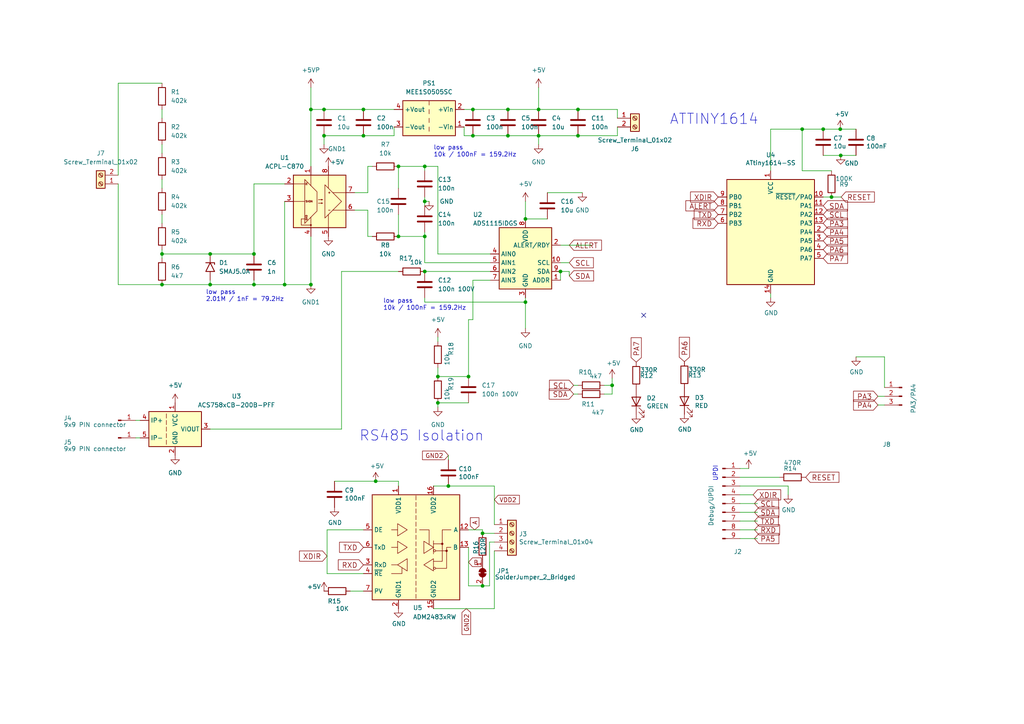
<source format=kicad_sch>
(kicad_sch (version 20230121) (generator eeschema)
  (paper "A4")
  (lib_symbols
    (symbol "Analog_ADC:ADS1115IDGS"
      (property "Reference" "U" (at 2.54 13.97 0))
      (property "Value" "ADS1115IDGS" (at 7.62 11.43 0))
      (symbol "ADS1115IDGS_1_1"
        (pin input line (at 10.16 -5.08 180) (length 2.54) (name "ADDR") (number "1"))
        (pin input line (at 10.16 0 180) (length 2.54) (name "SCL") (number "10"))
        (pin output line (at 10.16 5.08 180) (length 2.54) (name "ALERT/RDY") (number "2"))
        (pin power_in line (at 0 -10.16 90) (length 2.54) (name "GND") (number "3"))
        (pin input line (at -10.16 2.54 0) (length 2.54) (name "AIN0") (number "4"))
        (pin input line (at -10.16 0 0) (length 2.54) (name "AIN1") (number "5"))
        (pin input line (at -10.16 -2.54 0) (length 2.54) (name "AIN2") (number "6"))
        (pin input line (at -10.16 -5.08 0) (length 2.54) (name "AIN3") (number "7"))
        (pin power_in line (at 0 12.7 270) (length 2.54) (name "VDD") (number "8"))
        (pin bidirectional line (at 10.16 -2.54 180) (length 2.54) (name "SDA") (number "9"))
      )
    )
    (symbol "Connector:Conn_01x01_Pin" (pin_names (offset 1.016) hide)
      (property "Reference" "J" (at 0 2.54 0))
      (property "Value" "Conn_01x01_Pin" (at 0 -2.54 0))
      (symbol "Conn_01x01_Pin_1_1"
        (pin passive line (at 5.08 0 180) (length 3.81) (name "Pin_1") (number "1"))
      )
    )
    (symbol "Connector:Conn_01x03_Pin" (pin_names (offset 1.016) hide)
      (property "Reference" "J" (at 0 5.08 0))
      (property "Value" "Conn_01x03_Pin" (at 0 -5.08 0))
      (symbol "Conn_01x03_Pin_1_1"
        (pin passive line (at 5.08 2.54 180) (length 3.81) (name "Pin_1") (number "1"))
        (pin passive line (at 5.08 0 180) (length 3.81) (name "Pin_2") (number "2"))
        (pin passive line (at 5.08 -2.54 180) (length 3.81) (name "Pin_3") (number "3"))
      )
    )
    (symbol "Connector:Conn_01x09_Pin" (pin_names (offset 1.016) hide)
      (property "Reference" "J" (at 0 12.7 0))
      (property "Value" "Conn_01x09_Pin" (at 0 -12.7 0))
      (symbol "Conn_01x09_Pin_1_1"
        (pin passive line (at 5.08 10.16 180) (length 3.81) (name "Pin_1") (number "1"))
        (pin passive line (at 5.08 7.62 180) (length 3.81) (name "Pin_2") (number "2"))
        (pin passive line (at 5.08 5.08 180) (length 3.81) (name "Pin_3") (number "3"))
        (pin passive line (at 5.08 2.54 180) (length 3.81) (name "Pin_4") (number "4"))
        (pin passive line (at 5.08 0 180) (length 3.81) (name "Pin_5") (number "5"))
        (pin passive line (at 5.08 -2.54 180) (length 3.81) (name "Pin_6") (number "6"))
        (pin passive line (at 5.08 -5.08 180) (length 3.81) (name "Pin_7") (number "7"))
        (pin passive line (at 5.08 -7.62 180) (length 3.81) (name "Pin_8") (number "8"))
        (pin passive line (at 5.08 -10.16 180) (length 3.81) (name "Pin_9") (number "9"))
      )
    )
    (symbol "Connector:Screw_Terminal_01x02" (pin_names (offset 1.016) hide)
      (property "Reference" "J" (at 0 2.54 0))
      (property "Value" "Screw_Terminal_01x02" (at 0 -5.08 0))
      (symbol "Screw_Terminal_01x02_1_1"
        (pin passive line (at -5.08 0 0) (length 3.81) (name "Pin_1") (number "1"))
        (pin passive line (at -5.08 -2.54 0) (length 3.81) (name "Pin_2") (number "2"))
      )
    )
    (symbol "Connector:Screw_Terminal_01x04" (pin_names (offset 1.016) hide)
      (property "Reference" "J" (at 0 5.08 0))
      (property "Value" "Screw_Terminal_01x04" (at 0 -7.62 0))
      (symbol "Screw_Terminal_01x04_1_1"
        (pin passive line (at -5.08 2.54 0) (length 3.81) (name "Pin_1") (number "1"))
        (pin passive line (at -5.08 0 0) (length 3.81) (name "Pin_2") (number "2"))
        (pin passive line (at -5.08 -2.54 0) (length 3.81) (name "Pin_3") (number "3"))
        (pin passive line (at -5.08 -5.08 0) (length 3.81) (name "Pin_4") (number "4"))
      )
    )
    (symbol "Converter_DCDC:MEE1S0505SC"
      (property "Reference" "PS" (at -7.62 6.35 0))
      (property "Value" "MEE1S0505SC" (at 1.27 6.35 0))
      (symbol "MEE1S0505SC_0_0"
        (pin power_in line (at -10.16 -2.54 0) (length 2.54) (name "-Vin") (number "1"))
        (pin power_in line (at -10.16 2.54 0) (length 2.54) (name "+Vin") (number "2"))
        (pin power_out line (at 10.16 -2.54 180) (length 2.54) (name "-Vout") (number "3"))
        (pin power_out line (at 10.16 2.54 180) (length 2.54) (name "+Vout") (number "4"))
      )
    )
    (symbol "Device:C" (pin_numbers hide) (pin_names (offset 0.254))
      (property "Reference" "C" (at 0.635 2.54 0))
      (property "Value" "C" (at 0.635 -2.54 0))
      (symbol "C_1_1"
        (pin passive line (at 0 3.81 270) (length 2.794) (name "~") (number "1"))
        (pin passive line (at 0 -3.81 90) (length 2.794) (name "~") (number "2"))
      )
    )
    (symbol "Device:LED" (pin_numbers hide) (pin_names (offset 1.016) hide)
      (property "Reference" "D" (at 0 2.54 0))
      (property "Value" "LED" (at 0 -2.54 0))
      (symbol "LED_1_1"
        (pin passive line (at -3.81 0 0) (length 2.54) (name "K") (number "1"))
        (pin passive line (at 3.81 0 180) (length 2.54) (name "A") (number "2"))
      )
    )
    (symbol "Device:R" (pin_numbers hide) (pin_names (offset 0))
      (property "Reference" "R" (at 2.032 0 90))
      (property "Value" "R" (at 0 0 90))
      (symbol "R_1_1"
        (pin passive line (at 0 3.81 270) (length 1.27) (name "~") (number "1"))
        (pin passive line (at 0 -3.81 90) (length 1.27) (name "~") (number "2"))
      )
    )
    (symbol "Diode:SMAJ5.0A" (pin_numbers hide) (pin_names (offset 1.016) hide)
      (property "Reference" "D" (at 0 2.54 0))
      (property "Value" "SMAJ5.0A" (at 0 -2.54 0))
      (symbol "SMAJ5.0A_1_1"
        (pin passive line (at -3.81 0 0) (length 2.54) (name "A1") (number "1"))
        (pin passive line (at 3.81 0 180) (length 2.54) (name "A2") (number "2"))
      )
    )
    (symbol "Interface_UART:ADM2483xRW"
      (property "Reference" "U" (at -12.7 16.51 0))
      (property "Value" "ADM2483xRW" (at 6.35 16.51 0))
      (symbol "ADM2483xRW_1_1"
        (pin power_in line (at -5.08 17.78 270) (length 2.54) (name "VDD1") (number "1"))
        (pin no_connect line (at 7.62 -15.24 90) (length 2.54) hide (name "NC") (number "10"))
        (pin no_connect line (at 12.7 -7.62 180) (length 2.54) hide (name "NC") (number "11"))
        (pin bidirectional line (at 15.24 5.08 180) (length 2.54) (name "A") (number "12"))
        (pin bidirectional line (at 15.24 0 180) (length 2.54) (name "B") (number "13"))
        (pin no_connect line (at 12.7 7.62 180) (length 2.54) hide (name "NC") (number "14"))
        (pin power_in line (at 5.08 -17.78 90) (length 2.54) (name "GND2") (number "15"))
        (pin power_in line (at 5.08 17.78 270) (length 2.54) (name "VDD2") (number "16"))
        (pin power_in line (at -5.08 -17.78 90) (length 2.54) (name "GND1") (number "2"))
        (pin output line (at -15.24 -5.08 0) (length 2.54) (name "RxD") (number "3"))
        (pin input line (at -15.24 -7.62 0) (length 2.54) (name "~{RE}") (number "4"))
        (pin input line (at -15.24 5.08 0) (length 2.54) (name "DE") (number "5"))
        (pin input line (at -15.24 0 0) (length 2.54) (name "TxD") (number "6"))
        (pin input line (at -15.24 -12.7 0) (length 2.54) (name "PV") (number "7"))
        (pin passive line (at -5.08 -17.78 90) (length 2.54) hide (name "GND1") (number "8"))
        (pin passive line (at 5.08 -17.78 90) (length 2.54) hide (name "GND2") (number "9"))
      )
    )
    (symbol "Isolator_Analog:ACPL-C870" (pin_names (offset 0) hide)
      (property "Reference" "U" (at -5.08 10.795 0))
      (property "Value" "ACPL-C870" (at -5.08 8.89 0))
      (symbol "ACPL-C870_0_0"
        (text "GND" (at -3.81 -4.699 900) (effects (font (size 0.508 0.508))))
        (text "IN" (at -3.81 5.08 900) (effects (font (size 0.508 0.508))))
        (text "SHDN" (at -3.048 0 0) (effects (font (size 0.508 0.508))))
      )
      (symbol "ACPL-C870_1_1"
        (pin power_in line (at -2.54 10.16 270) (length 2.54) (name "VDD1") (number "1"))
        (pin input line (at -10.16 5.08 0) (length 2.54) (name "IN") (number "2"))
        (pin input line (at -10.16 0 0) (length 2.54) (name "IN-") (number "3"))
        (pin power_in line (at -2.54 -10.16 90) (length 2.54) (name "GND1") (number "4"))
        (pin power_in line (at 2.54 -10.16 90) (length 2.54) (name "GND2") (number "5"))
        (pin output line (at 10.16 -2.54 180) (length 2.54) (name "OUT-") (number "6"))
        (pin output line (at 10.16 2.54 180) (length 2.54) (name "OUT+") (number "7"))
        (pin power_in line (at 2.54 10.16 270) (length 2.54) (name "VDD2") (number "8"))
      )
    )
    (symbol "Jumper:SolderJumper_2_Bridged" (pin_names (offset 0) hide)
      (property "Reference" "JP" (at 0 2.032 0))
      (property "Value" "SolderJumper_2_Bridged" (at 0 -2.54 0))
      (symbol "SolderJumper_2_Bridged_1_1"
        (pin passive line (at -3.81 0 0) (length 2.54) (name "A") (number "1"))
        (pin passive line (at 3.81 0 180) (length 2.54) (name "B") (number "2"))
      )
    )
    (symbol "MCU_Microchip_ATtiny:ATtiny1614-SS"
      (property "Reference" "U" (at -12.7 16.51 0))
      (property "Value" "ATtiny1614-SS" (at 2.54 -16.51 0))
      (symbol "ATtiny1614-SS_1_1"
        (pin power_in line (at 0 17.78 270) (length 2.54) (name "VCC") (number "1"))
        (pin bidirectional line (at 15.24 10.16 180) (length 2.54) (name "~{RESET}/PA0") (number "10"))
        (pin bidirectional line (at 15.24 7.62 180) (length 2.54) (name "PA1") (number "11"))
        (pin bidirectional line (at 15.24 5.08 180) (length 2.54) (name "PA2") (number "12"))
        (pin bidirectional line (at 15.24 2.54 180) (length 2.54) (name "PA3") (number "13"))
        (pin power_in line (at 0 -17.78 90) (length 2.54) (name "GND") (number "14"))
        (pin bidirectional line (at 15.24 0 180) (length 2.54) (name "PA4") (number "2"))
        (pin bidirectional line (at 15.24 -2.54 180) (length 2.54) (name "PA5") (number "3"))
        (pin bidirectional line (at 15.24 -5.08 180) (length 2.54) (name "PA6") (number "4"))
        (pin bidirectional line (at 15.24 -7.62 180) (length 2.54) (name "PA7") (number "5"))
        (pin bidirectional line (at -15.24 2.54 0) (length 2.54) (name "PB3") (number "6"))
        (pin bidirectional line (at -15.24 5.08 0) (length 2.54) (name "PB2") (number "7"))
        (pin bidirectional line (at -15.24 7.62 0) (length 2.54) (name "PB1") (number "8"))
        (pin bidirectional line (at -15.24 10.16 0) (length 2.54) (name "PB0") (number "9"))
      )
    )
    (symbol "Sensor_Current:ACS758xCB-200B-PFF"
      (property "Reference" "U" (at -7.62 6.35 0))
      (property "Value" "ACS758xCB-200B-PFF" (at 2.54 6.35 0))
      (symbol "ACS758xCB-200B-PFF_1_1"
        (pin power_in line (at 0 7.62 270) (length 2.54) (name "VCC") (number "1"))
        (pin power_in line (at 0 -7.62 90) (length 2.54) (name "GND") (number "2"))
        (pin output line (at 10.16 0 180) (length 2.54) (name "VIOUT") (number "3"))
        (pin passive line (at -10.16 2.54 0) (length 2.54) (name "IP+") (number "4"))
        (pin passive line (at -10.16 -2.54 0) (length 2.54) (name "IP-") (number "5"))
      )
    )
    (symbol "power:+5V" (power) (pin_names (offset 0))
      (property "Value" "+5V" (at 0 3.556 0))
      (symbol "+5V_1_1"
        (pin power_in line (at 0 0 90) (length 0) hide (name "+5V") (number "1"))
      )
    )
    (symbol "power:+5VP" (power) (pin_names (offset 0))
      (property "Value" "+5VP" (at 0 3.556 0))
      (symbol "+5VP_1_1"
        (pin power_in line (at 0 0 90) (length 0) hide (name "+5VP") (number "1"))
      )
    )
    (symbol "power:GND" (power) (pin_names (offset 0))
      (property "Value" "GND" (at 0 -3.81 0))
      (symbol "GND_1_1"
        (pin power_in line (at 0 0 270) (length 0) hide (name "GND") (number "1"))
      )
    )
    (symbol "power:GND1" (power) (pin_names (offset 0))
      (property "Value" "GND1" (at 0 -3.81 0))
      (symbol "GND1_1_1"
        (pin power_in line (at 0 0 270) (length 0) hide (name "GND1") (number "1"))
      )
    )
  )
  (junction (at 147.32 31.75))
  (junction (at 152.4 87.63))
  (junction (at 162.56 78.74))
  (junction (at 115.57 48.26))
  (junction (at 167.64 31.75))
  (junction (at 46.99 73.66))
  (junction (at 93.98 39.37))
  (junction (at 123.19 48.26))
  (junction (at 60.96 73.66))
  (junction (at 90.17 82.55))
  (junction (at 123.19 68.58))
  (junction (at 82.55 82.55))
  (junction (at 60.96 82.55))
  (junction (at 177.546 111.76))
  (junction (at 167.64 39.37))
  (junction (at 243.84 45.085))
  (junction (at 241.173 57.15))
  (junction (at 73.66 73.66))
  (junction (at 156.21 39.37))
  (junction (at 243.713 37.465))
  (junction (at 147.32 39.37))
  (junction (at 135.89 109.22))
  (junction (at 156.21 31.75))
  (junction (at 238.76 37.465))
  (junction (at 46.99 82.55))
  (junction (at 139.954 154.686))
  (junction (at 137.16 39.37))
  (junction (at 73.66 82.55))
  (junction (at 130.048 140.97))
  (junction (at 115.57 68.58))
  (junction (at 108.966 139.573))
  (junction (at 232.664 37.465))
  (junction (at 152.4 63.5))
  (junction (at 139.954 169.926))
  (junction (at 127 116.84))
  (junction (at 90.17 31.75))
  (junction (at 105.41 31.75))
  (junction (at 137.16 31.75))
  (junction (at 127 109.22))
  (junction (at 105.41 39.37))
  (junction (at 123.19 58.42))
  (junction (at 123.19 78.74))
  (junction (at 93.98 31.75))
  (no_connect (at 186.69 91.44))
  (wire (pts (xy 46.99 62.23) (xy 46.99 64.77)))
  (wire (pts (xy 214.63 143.51) (xy 218.44 143.51)))
  (wire (pts (xy 127 116.84) (xy 127 118.11)))
  (wire (pts (xy 60.96 82.55) (xy 73.66 82.55)))
  (wire (pts (xy 152.4 86.36) (xy 152.4 87.63)))
  (wire (pts (xy 73.66 81.28) (xy 73.66 82.55)))
  (wire (pts (xy 106.68 48.26) (xy 106.68 55.88)))
  (wire (pts (xy 82.55 58.42) (xy 82.55 82.55)))
  (wire (pts (xy 130.048 140.97) (xy 143.383 140.97)))
  (wire (pts (xy 127 116.84) (xy 135.89 116.84)))
  (wire (pts (xy 238.76 45.085) (xy 243.84 45.085)))
  (wire (pts (xy 156.21 31.75) (xy 167.64 31.75)))
  (wire (pts (xy 114.3 36.83) (xy 114.3 39.37)))
  (wire (pts (xy 106.68 60.96) (xy 102.87 60.96)))
  (wire (pts (xy 152.4 58.42) (xy 152.4 63.5)))
  (wire (pts (xy 97.028 139.573) (xy 108.966 139.573)))
  (wire (pts (xy 162.56 76.2) (xy 165.1 76.2)))
  (wire (pts (xy 243.713 37.465) (xy 238.76 37.465)))
  (wire (pts (xy 73.66 73.66) (xy 73.66 53.34)))
  (wire (pts (xy 105.41 153.67) (xy 94.869 153.67)))
  (wire (pts (xy 105.41 39.37) (xy 93.98 39.37)))
  (wire (pts (xy 254.635 117.475) (xy 256.54 117.475)))
  (wire (pts (xy 39.37 127) (xy 40.64 127)))
  (wire (pts (xy 143.383 140.97) (xy 143.383 152.146)))
  (wire (pts (xy 46.99 72.39) (xy 46.99 73.66)))
  (wire (pts (xy 214.63 146.05) (xy 219.71 146.05)))
  (wire (pts (xy 46.99 31.75) (xy 46.99 34.29)))
  (wire (pts (xy 127 48.26) (xy 127 73.66)))
  (wire (pts (xy 228.6 143.51) (xy 228.6 140.97)))
  (wire (pts (xy 248.285 103.505) (xy 256.54 103.505)))
  (wire (pts (xy 46.99 52.07) (xy 46.99 54.61)))
  (wire (pts (xy 34.29 53.34) (xy 34.29 82.55)))
  (wire (pts (xy 152.4 87.63) (xy 152.4 95.25)))
  (wire (pts (xy 82.55 82.55) (xy 90.17 82.55)))
  (wire (pts (xy 162.56 78.74) (xy 162.56 81.28)))
  (wire (pts (xy 135.89 153.67) (xy 139.954 153.67)))
  (wire (pts (xy 127 73.66) (xy 142.24 73.66)))
  (wire (pts (xy 90.17 82.55) (xy 90.17 68.58)))
  (wire (pts (xy 106.68 55.88) (xy 102.87 55.88)))
  (wire (pts (xy 123.19 67.31) (xy 123.19 68.58)))
  (wire (pts (xy 135.89 109.22) (xy 135.89 92.71)))
  (wire (pts (xy 115.57 62.23) (xy 115.57 68.58)))
  (wire (pts (xy 90.17 25.4) (xy 90.17 31.75)))
  (wire (pts (xy 243.84 45.085) (xy 248.285 45.085)))
  (wire (pts (xy 115.57 48.26) (xy 123.19 48.26)))
  (wire (pts (xy 127 97.79) (xy 127 99.06)))
  (wire (pts (xy 134.62 31.75) (xy 137.16 31.75)))
  (wire (pts (xy 214.63 148.59) (xy 219.71 148.59)))
  (wire (pts (xy 134.62 36.83) (xy 134.62 39.37)))
  (wire (pts (xy 123.19 49.53) (xy 123.19 48.26)))
  (wire (pts (xy 115.57 139.573) (xy 115.57 140.97)))
  (wire (pts (xy 90.17 31.75) (xy 90.17 48.26)))
  (wire (pts (xy 60.96 73.66) (xy 73.66 73.66)))
  (wire (pts (xy 127 109.22) (xy 135.89 109.22)))
  (wire (pts (xy 137.16 81.28) (xy 142.24 81.28)))
  (wire (pts (xy 158.75 55.88) (xy 168.91 55.88)))
  (wire (pts (xy 141.986 169.926) (xy 141.986 157.226)))
  (wire (pts (xy 223.52 37.465) (xy 232.664 37.465)))
  (wire (pts (xy 143.383 159.766) (xy 143.383 176.53)))
  (wire (pts (xy 93.98 39.37) (xy 93.98 41.91)))
  (wire (pts (xy 73.66 82.55) (xy 82.55 82.55)))
  (wire (pts (xy 73.66 53.34) (xy 82.55 53.34)))
  (wire (pts (xy 123.19 57.15) (xy 123.19 58.42)))
  (wire (pts (xy 214.63 135.89) (xy 217.17 135.89)))
  (wire (pts (xy 137.16 31.75) (xy 147.32 31.75)))
  (wire (pts (xy 135.89 169.926) (xy 139.954 169.926)))
  (wire (pts (xy 179.07 36.83) (xy 179.07 39.37)))
  (wire (pts (xy 179.07 34.29) (xy 179.07 31.75)))
  (wire (pts (xy 167.64 39.37) (xy 179.07 39.37)))
  (wire (pts (xy 166.37 111.76) (xy 167.64 111.76)))
  (wire (pts (xy 34.29 24.13) (xy 46.99 24.13)))
  (wire (pts (xy 106.68 48.26) (xy 107.95 48.26)))
  (wire (pts (xy 248.285 37.465) (xy 243.713 37.465)))
  (wire (pts (xy 90.17 31.75) (xy 93.98 31.75)))
  (wire (pts (xy 123.19 58.42) (xy 124.46 58.42)))
  (wire (pts (xy 127 106.68) (xy 127 109.22)))
  (wire (pts (xy 147.32 39.37) (xy 156.21 39.37)))
  (wire (pts (xy 214.63 153.67) (xy 219.71 153.67)))
  (wire (pts (xy 165.1 78.74) (xy 165.1 80.01)))
  (wire (pts (xy 254.635 114.935) (xy 256.54 114.935)))
  (wire (pts (xy 46.99 73.66) (xy 46.99 74.93)))
  (wire (pts (xy 214.63 151.13) (xy 219.71 151.13)))
  (wire (pts (xy 223.52 37.465) (xy 223.52 49.53)))
  (wire (pts (xy 123.19 87.63) (xy 152.4 87.63)))
  (wire (pts (xy 167.64 114.3) (xy 166.37 114.3)))
  (wire (pts (xy 137.16 39.37) (xy 147.32 39.37)))
  (wire (pts (xy 106.68 68.58) (xy 107.95 68.58)))
  (wire (pts (xy 156.21 39.37) (xy 167.64 39.37)))
  (wire (pts (xy 123.19 78.74) (xy 142.24 78.74)))
  (wire (pts (xy 177.546 111.76) (xy 177.546 109.728)))
  (wire (pts (xy 139.954 154.686) (xy 143.383 154.686)))
  (wire (pts (xy 156.21 31.75) (xy 156.21 25.4)))
  (wire (pts (xy 94.869 153.67) (xy 94.869 166.37)))
  (wire (pts (xy 232.664 37.465) (xy 238.76 37.465)))
  (wire (pts (xy 99.06 124.46) (xy 60.96 124.46)))
  (wire (pts (xy 34.29 24.13) (xy 34.29 50.8)))
  (wire (pts (xy 46.99 82.55) (xy 34.29 82.55)))
  (wire (pts (xy 115.57 48.26) (xy 115.57 54.61)))
  (wire (pts (xy 99.06 78.74) (xy 99.06 124.46)))
  (wire (pts (xy 123.19 58.42) (xy 123.19 59.69)))
  (wire (pts (xy 105.41 39.37) (xy 114.3 39.37)))
  (wire (pts (xy 223.52 86.36) (xy 223.52 85.09)))
  (wire (pts (xy 123.19 86.36) (xy 123.19 87.63)))
  (wire (pts (xy 135.89 92.71) (xy 137.16 92.71)))
  (wire (pts (xy 139.954 153.67) (xy 139.954 154.686)))
  (wire (pts (xy 125.73 140.97) (xy 130.048 140.97)))
  (wire (pts (xy 46.99 73.66) (xy 60.96 73.66)))
  (wire (pts (xy 175.26 114.3) (xy 177.546 114.3)))
  (wire (pts (xy 162.56 78.74) (xy 165.1 78.74)))
  (wire (pts (xy 162.56 71.12) (xy 171.45 71.12)))
  (wire (pts (xy 115.57 68.58) (xy 123.19 68.58)))
  (wire (pts (xy 139.954 169.926) (xy 141.986 169.926)))
  (wire (pts (xy 167.64 31.75) (xy 179.07 31.75)))
  (wire (pts (xy 101.6 171.45) (xy 105.41 171.45)))
  (wire (pts (xy 135.89 158.75) (xy 135.89 169.926)))
  (wire (pts (xy 141.986 157.226) (xy 143.383 157.226)))
  (wire (pts (xy 152.4 63.5) (xy 158.75 63.5)))
  (wire (pts (xy 214.63 140.97) (xy 228.6 140.97)))
  (wire (pts (xy 115.57 78.74) (xy 99.06 78.74)))
  (wire (pts (xy 214.63 138.43) (xy 226.06 138.43)))
  (wire (pts (xy 46.99 41.91) (xy 46.99 44.45)))
  (wire (pts (xy 256.54 103.505) (xy 256.54 112.395)))
  (wire (pts (xy 123.19 48.26) (xy 127 48.26)))
  (wire (pts (xy 177.546 114.3) (xy 177.546 111.76)))
  (wire (pts (xy 123.19 68.58) (xy 123.19 76.2)))
  (wire (pts (xy 143.383 176.53) (xy 125.73 176.53)))
  (wire (pts (xy 147.32 31.75) (xy 156.21 31.75)))
  (wire (pts (xy 94.869 166.37) (xy 105.41 166.37)))
  (wire (pts (xy 241.173 57.15) (xy 243.967 57.15)))
  (wire (pts (xy 238.76 57.15) (xy 241.173 57.15)))
  (wire (pts (xy 108.966 139.573) (xy 115.57 139.573)))
  (wire (pts (xy 123.19 76.2) (xy 142.24 76.2)))
  (wire (pts (xy 175.26 111.76) (xy 177.546 111.76)))
  (wire (pts (xy 46.99 82.55) (xy 60.96 82.55)))
  (wire (pts (xy 60.96 81.28) (xy 60.96 82.55)))
  (wire (pts (xy 214.63 156.21) (xy 219.71 156.21)))
  (wire (pts (xy 232.664 49.53) (xy 241.173 49.53)))
  (wire (pts (xy 130.048 132.08) (xy 130.048 133.35)))
  (wire (pts (xy 232.664 37.465) (xy 232.664 49.53)))
  (wire (pts (xy 105.41 31.75) (xy 114.3 31.75)))
  (wire (pts (xy 93.98 31.75) (xy 105.41 31.75)))
  (wire (pts (xy 156.21 39.37) (xy 156.21 41.91)))
  (wire (pts (xy 106.68 68.58) (xy 106.68 60.96)))
  (wire (pts (xy 39.37 121.92) (xy 40.64 121.92)))
  (wire (pts (xy 134.62 39.37) (xy 137.16 39.37)))
  (wire (pts (xy 137.16 92.71) (xy 137.16 81.28)))
  (text "low pass\n10k / 100nF = 159.2Hz" (at 125.73 45.72 0) (effects (font (size 1.27 1.27)) (justify left bottom)))
  (text "RS485 Isolation" (at 104.14 128.27 0) (effects (font (size 2.9972 2.9972)) (justify left bottom)))
  (text "ATTINY1614" (at 194.183 36.449 0) (effects (font (size 2.9972 2.9972)) (justify left bottom)))
  (text "low pass\n10k / 100nF = 159.2Hz" (at 111.125 90.17 0) (effects (font (size 1.27 1.27)) (justify left bottom)))
  (text "UPDI" (at 208.28 139.7 90) (effects (font (size 1.27 1.27)) (justify left bottom)))
  (text "low pass\n2.01M / 1nF = 79.2Hz" (at 59.69 87.63 0) (effects (font (size 1.27 1.27)) (justify left bottom)))
  (global_label "A" (shape input) (at 137.668 153.67 90) (property "Intersheetrefs" "${INTERSHEET_REFS}" (effects hide)))
  (global_label "GND2" (shape input) (at 135.255 176.53 270) (property "Intersheetrefs" "${INTERSHEET_REFS}" (effects hide)))
  (global_label "PA3" (shape input) (at 254.635 114.935 180) (effects (font (size 1.4986 1.4986))) (property "Intersheetrefs" "${INTERSHEET_REFS}" (effects hide)))
  (global_label "PA5" (shape input) (at 218.821 156.21 0) (effects (font (size 1.4986 1.4986))) (property "Intersheetrefs" "${INTERSHEET_REFS}" (effects hide)))
  (global_label "PA5" (shape input) (at 238.76 69.85 0) (effects (font (size 1.4986 1.4986))) (property "Intersheetrefs" "${INTERSHEET_REFS}" (effects hide)))
  (global_label "RXD" (shape input) (at 208.28 64.77 180) (effects (font (size 1.4986 1.4986))) (property "Intersheetrefs" "${INTERSHEET_REFS}" (effects hide)))
  (global_label "TXD" (shape input) (at 208.28 62.23 180) (effects (font (size 1.4986 1.4986))) (property "Intersheetrefs" "${INTERSHEET_REFS}" (effects hide)))
  (global_label "XDIR" (shape input) (at 208.28 57.15 180) (effects (font (size 1.4986 1.4986))) (property "Intersheetrefs" "${INTERSHEET_REFS}" (effects hide)))
  (global_label "RESET" (shape input) (at 243.967 57.15 0) (effects (font (size 1.4986 1.4986))) (property "Intersheetrefs" "${INTERSHEET_REFS}" (effects hide)))
  (global_label "SCL" (shape input) (at 166.37 111.76 180) (effects (font (size 1.4986 1.4986))) (property "Intersheetrefs" "${INTERSHEET_REFS}" (effects hide)))
  (global_label "B" (shape input) (at 135.89 163.068 0) (property "Intersheetrefs" "${INTERSHEET_REFS}" (effects hide)))
  (global_label "PA6" (shape input) (at 198.501 104.902 90) (effects (font (size 1.4986 1.4986))) (property "Intersheetrefs" "${INTERSHEET_REFS}" (effects hide)))
  (global_label "PA7" (shape input) (at 238.76 74.93 0) (effects (font (size 1.4986 1.4986))) (property "Intersheetrefs" "${INTERSHEET_REFS}" (effects hide)))
  (global_label "TXD" (shape input) (at 218.821 151.13 0) (effects (font (size 1.4986 1.4986))) (property "Intersheetrefs" "${INTERSHEET_REFS}" (effects hide)))
  (global_label "PA4" (shape input) (at 238.76 67.31 0) (effects (font (size 1.4986 1.4986))) (property "Intersheetrefs" "${INTERSHEET_REFS}" (effects hide)))
  (global_label "PA7" (shape input) (at 184.531 105.029 90) (effects (font (size 1.4986 1.4986))) (property "Intersheetrefs" "${INTERSHEET_REFS}" (effects hide)))
  (global_label "XDIR" (shape input) (at 218.44 143.51 0) (effects (font (size 1.4986 1.4986))) (property "Intersheetrefs" "${INTERSHEET_REFS}" (effects hide)))
  (global_label "SCL" (shape input) (at 238.76 62.23 0) (effects (font (size 1.4986 1.4986))) (property "Intersheetrefs" "${INTERSHEET_REFS}" (effects hide)))
  (global_label "RXD" (shape input) (at 218.821 153.67 0) (effects (font (size 1.4986 1.4986))) (property "Intersheetrefs" "${INTERSHEET_REFS}" (effects hide)))
  (global_label "PA4" (shape input) (at 254.635 117.475 180) (effects (font (size 1.4986 1.4986))) (property "Intersheetrefs" "${INTERSHEET_REFS}" (effects hide)))
  (global_label "VDD2" (shape input) (at 143.383 144.907 0) (property "Intersheetrefs" "${INTERSHEET_REFS}" (effects hide)))
  (global_label "SCL" (shape input) (at 165.1 76.2 0) (effects (font (size 1.4986 1.4986))) (property "Intersheetrefs" "${INTERSHEET_REFS}" (effects hide)))
  (global_label "PA3" (shape input) (at 238.76 64.77 0) (effects (font (size 1.4986 1.4986))) (property "Intersheetrefs" "${INTERSHEET_REFS}" (effects hide)))
  (global_label "SDA" (shape input) (at 238.76 59.69 0) (effects (font (size 1.4986 1.4986))) (property "Intersheetrefs" "${INTERSHEET_REFS}" (effects hide)))
  (global_label "GND2" (shape input) (at 130.048 132.08 180) (property "Intersheetrefs" "${INTERSHEET_REFS}" (effects hide)))
  (global_label "XDIR" (shape input) (at 94.869 161.29 180) (effects (font (size 1.4986 1.4986))) (property "Intersheetrefs" "${INTERSHEET_REFS}" (effects hide)))
  (global_label "SCL" (shape input) (at 218.821 146.05 0) (effects (font (size 1.4986 1.4986))) (property "Intersheetrefs" "${INTERSHEET_REFS}" (effects hide)))
  (global_label "RXD" (shape input) (at 105.41 163.83 180) (effects (font (size 1.4986 1.4986))) (property "Intersheetrefs" "${INTERSHEET_REFS}" (effects hide)))
  (global_label "RESET" (shape input) (at 233.68 138.43 0) (effects (font (size 1.4986 1.4986))) (property "Intersheetrefs" "${INTERSHEET_REFS}" (effects hide)))
  (global_label "ALERT" (shape input) (at 208.28 59.69 180) (effects (font (size 1.4986 1.4986))) (property "Intersheetrefs" "${INTERSHEET_REFS}" (effects hide)))
  (global_label "PA6" (shape input) (at 238.76 72.39 0) (effects (font (size 1.4986 1.4986))) (property "Intersheetrefs" "${INTERSHEET_REFS}" (effects hide)))
  (global_label "ALERT" (shape input) (at 165.1 71.12 0) (effects (font (size 1.4986 1.4986))) (property "Intersheetrefs" "${INTERSHEET_REFS}" (effects hide)))
  (global_label "SDA" (shape input) (at 166.37 114.3 180) (effects (font (size 1.4986 1.4986))) (property "Intersheetrefs" "${INTERSHEET_REFS}" (effects hide)))
  (global_label "TXD" (shape input) (at 105.41 158.75 180) (effects (font (size 1.4986 1.4986))) (property "Intersheetrefs" "${INTERSHEET_REFS}" (effects hide)))
  (global_label "SDA" (shape input) (at 218.821 148.59 0) (effects (font (size 1.4986 1.4986))) (property "Intersheetrefs" "${INTERSHEET_REFS}" (effects hide)))
  (global_label "SDA" (shape input) (at 165.1 80.01 0) (effects (font (size 1.4986 1.4986))) (property "Intersheetrefs" "${INTERSHEET_REFS}" (effects hide)))
  (symbol (lib_id "Device:C") (at 248.285 41.275 0) (unit 1)
    (property "Reference" "C8" (at 251.206 40.1066 0) (effects (justify left)))
    (property "Value" "100nF" (at 251.206 42.418 0) (effects (justify left)))
    (property "Footprint" "Capacitor_SMD:C_0805_2012Metric" (effects hide))
    (property "LCSCStockCode" "C49678" (effects hide))
    (property "PartNumber" "CC0805KRX7R9BB104" (effects hide))
  )
  (symbol (lib_id "Device:C") (at 105.41 35.56 0) (unit 1)
    (property "Reference" "C2" (at 109.22 34.29 0) (effects (justify left)))
    (property "Value" "100n" (at 109.22 36.83 0) (effects (justify left)))
    (property "Footprint" "Capacitor_SMD:C_0805_2012Metric" (effects hide))
  )
  (symbol (lib_id "Device:R") (at 139.954 158.496 180) (unit 1)
    (property "Reference" "R16" (at 138.049 156.845 90) (effects (justify left)))
    (property "Value" "120R" (at 140.081 155.956 90) (effects (justify left)))
    (property "Footprint" "Resistor_SMD:R_0805_2012Metric" (effects hide))
    (property "LCSCStockCode" "C17437" (effects hide))
    (property "PartNumber" "0805W8F1200T5E" (effects hide))
  )
  (symbol (lib_id "Device:C") (at 123.19 82.55 0) (unit 1)
    (property "Reference" "C12" (at 127 81.28 0) (effects (justify left)))
    (property "Value" "100n 100V" (at 127 83.82 0) (effects (justify left)))
    (property "Footprint" "Capacitor_SMD:C_0805_2012Metric" (effects hide))
  )
  (symbol (lib_id "Isolator_Analog:ACPL-C870") (at 92.71 58.42 0) (unit 1)
    (property "Reference" "U1" (at 82.55 45.72 0))
    (property "Value" "ACPL-C870" (at 82.55 48.26 0))
    (property "Footprint" "Package_SO:SSO-8_6.8x5.9mm_P1.27mm_Clearance8mm" (effects hide))
    (property "Datasheet" "www.avagotech.com/docs/AV02-3563EN" (effects hide))
  )
  (symbol (lib_id "Device:R") (at 111.76 68.58 90) (unit 1)
    (property "Reference" "R8" (at 111.76 71.12 90))
    (property "Value" "10k" (at 111.76 73.66 90))
    (property "Footprint" "Resistor_SMD:R_0805_2012Metric" (effects hide))
  )
  (symbol (lib_id "Device:R") (at 46.99 27.94 0) (unit 1)
    (property "Reference" "R1" (at 49.53 26.67 0) (effects (justify left)))
    (property "Value" "402k" (at 49.53 29.21 0) (effects (justify left)))
    (property "Footprint" "PP:PP | R_MELF_MMB-0207 | 0805 Compatible" (effects hide))
  )
  (symbol (lib_id "power:GND") (at 127 118.11 0) (unit 1)
    (property "Reference" "#PWR027" (effects hide))
    (property "Value" "GND" (at 127 123.19 0))
  )
  (symbol (lib_id "MCU_Microchip_ATtiny:ATtiny1614-SS") (at 223.52 67.31 0) (unit 1)
    (property "Reference" "U4" (at 223.52 44.9326 0))
    (property "Value" "ATtiny1614-SS" (at 223.52 47.244 0))
    (property "Footprint" "Package_SO:SOIC-14_3.9x8.7mm_P1.27mm" (effects hide))
    (property "Datasheet" "http://ww1.microchip.com/downloads/en/DeviceDoc/ATtiny1614-data-sheet-40001995A.pdf" (effects hide))
    (property "PartNumber" "ATTINY1614-SSNR" (effects hide))
    (property "LCSCStockCode" "C481364" (effects hide))
  )
  (symbol (lib_id "power:GND1") (at 90.17 82.55 0) (unit 1)
    (property "Reference" "#PWR01" (effects hide))
    (property "Value" "GND1" (at 90.17 87.63 0))
  )
  (symbol (lib_id "power:GND") (at 50.8 132.08 0) (unit 1)
    (property "Reference" "#PWR024" (effects hide))
    (property "Value" "GND" (at 50.8 137.16 0))
  )
  (symbol (lib_id "power:GND") (at 95.25 68.58 0) (unit 1)
    (property "Reference" "#PWR09" (effects hide))
    (property "Value" "GND" (at 95.25 73.66 0))
  )
  (symbol (lib_id "Device:R") (at 241.173 53.34 180) (unit 1)
    (property "Reference" "R9" (at 246.126 53.467 0) (effects (justify left)))
    (property "Value" "100K" (at 247.396 51.816 0) (effects (justify left)))
    (property "Footprint" "Resistor_SMD:R_0805_2012Metric" (effects hide))
    (property "LCSCStockCode" "C17407" (effects hide))
    (property "PartNumber" "0805W8F1003T5E" (effects hide))
  )
  (symbol (lib_id "Converter_DCDC:MEE1S0505SC") (at 124.46 34.29 0) (mirror y) (unit 1)
    (property "Reference" "PS1" (at 124.46 24.13 0))
    (property "Value" "MEE1S0505SC" (at 124.46 26.67 0))
    (property "Footprint" "Converter_DCDC:Converter_DCDC_Murata_MEE1SxxxxSC_THT" (effects hide))
    (property "Datasheet" "https://power.murata.com/pub/data/power/ncl/kdc_mee1.pdf" (effects hide))
  )
  (symbol (lib_id "Device:C") (at 130.048 137.16 0) (unit 1)
    (property "Reference" "C10" (at 132.969 135.9916 0) (effects (justify left)))
    (property "Value" "100nF" (at 132.969 138.303 0) (effects (justify left)))
    (property "Footprint" "Capacitor_SMD:C_0805_2012Metric" (effects hide))
    (property "LCSCStockCode" "C49678" (effects hide))
    (property "PartNumber" "CC0805KRX7R9BB104" (effects hide))
  )
  (symbol (lib_id "Device:C") (at 123.19 63.5 180) (unit 1)
    (property "Reference" "C14" (at 127 62.23 0) (effects (justify right)))
    (property "Value" "100n" (at 127 64.77 0) (effects (justify right)))
    (property "Footprint" "Capacitor_SMD:C_0805_2012Metric" (effects hide))
  )
  (symbol (lib_id "power:+5V") (at 127 97.79 0) (unit 1)
    (property "Reference" "#PWR028" (effects hide))
    (property "Value" "+5V" (at 127 92.71 0))
  )
  (symbol (lib_id "power:GND") (at 168.91 55.88 0) (unit 1)
    (property "Reference" "#PWR025" (effects hide))
    (property "Value" "GND" (at 168.91 60.96 0))
  )
  (symbol (lib_id "Device:C") (at 97.028 143.383 0) (unit 1)
    (property "Reference" "C9" (at 99.949 142.2146 0) (effects (justify left)))
    (property "Value" "100nF" (at 99.949 144.526 0) (effects (justify left)))
    (property "Footprint" "Capacitor_SMD:C_0805_2012Metric" (effects hide))
    (property "LCSCStockCode" "C49678" (effects hide))
    (property "PartNumber" "CC0805KRX7R9BB104" (effects hide))
  )
  (symbol (lib_id "Device:C") (at 135.89 113.03 0) (unit 1)
    (property "Reference" "C17" (at 139.7 111.76 0) (effects (justify left)))
    (property "Value" "100n 100V" (at 139.7 114.3 0) (effects (justify left)))
    (property "Footprint" "Capacitor_SMD:C_0805_2012Metric" (effects hide))
  )
  (symbol (lib_id "Device:R") (at 46.99 58.42 0) (unit 1)
    (property "Reference" "R4" (at 49.53 57.15 0) (effects (justify left)))
    (property "Value" "402k" (at 49.53 59.69 0) (effects (justify left)))
    (property "Footprint" "PP:PP | R_MELF_MMB-0207 | 0805 Compatible" (effects hide))
  )
  (symbol (lib_id "power:+5V") (at 156.21 25.4 0) (unit 1)
    (property "Reference" "#PWR04" (effects hide))
    (property "Value" "+5V" (at 156.21 20.32 0))
  )
  (symbol (lib_id "Connector:Screw_Terminal_01x04") (at 148.463 154.686 0) (unit 1)
    (property "Reference" "J3" (at 150.495 154.8892 0) (effects (justify left)))
    (property "Value" "Screw_Terminal_01x04" (at 150.495 157.2006 0) (effects (justify left)))
    (property "Footprint" "TerminalBlock_MetzConnect:TerminalBlock_MetzConnect_Type086_RT03404HBLC_1x04_P3.81mm_Horizontal" (effects hide))
    (property "LCSCStockCode" "C395880" (effects hide))
  )
  (symbol (lib_id "power:GND1") (at 93.98 41.91 0) (unit 1)
    (property "Reference" "#PWR03" (effects hide))
    (property "Value" "GND1" (at 97.79 43.18 0))
  )
  (symbol (lib_id "Analog_ADC:ADS1115IDGS") (at 152.4 76.2 0) (unit 1)
    (property "Reference" "U2" (at 137.16 62.23 0) (effects (justify left)))
    (property "Value" "ADS1115IDGS" (at 137.16 64.77 0) (effects (justify left)))
    (property "Footprint" "Package_SO:TSSOP-10_3x3mm_P0.5mm" (effects hide))
    (property "Datasheet" "http://www.ti.com/lit/ds/symlink/ads1113.pdf" (effects hide))
  )
  (symbol (lib_id "power:GND") (at 156.21 41.91 0) (unit 1)
    (property "Reference" "#PWR05" (effects hide))
    (property "Value" "GND" (at 156.21 46.99 0))
  )
  (symbol (lib_id "Device:LED") (at 198.501 116.332 90) (unit 1)
    (property "Reference" "D3" (at 201.4982 115.3414 90) (effects (justify right)))
    (property "Value" "RED" (at 201.4982 117.6528 90) (effects (justify right)))
    (property "Footprint" "LED_SMD:LED_0805_2012Metric" (effects hide))
    (property "LCSCStockCode" "C84256" (effects hide))
  )
  (symbol (lib_id "Device:R") (at 229.87 138.43 90) (unit 1)
    (property "Reference" "R14" (at 231.14 135.89 90) (effects (justify left)))
    (property "Value" "470R" (at 232.41 134.239 90) (effects (justify left)))
    (property "Footprint" "Resistor_SMD:R_0805_2012Metric" (effects hide))
    (property "LCSCStockCode" "C17710" (effects hide))
    (property "PartNumber" "0805W8F4700T5E" (effects hide))
  )
  (symbol (lib_id "power:+5V") (at 95.25 48.26 0) (unit 1)
    (property "Reference" "#PWR08" (effects hide))
    (property "Value" "+5V" (at 97.79 46.99 0))
  )
  (symbol (lib_id "power:GND") (at 243.84 45.085 0) (unit 1)
    (property "Reference" "#PWR012" (effects hide))
    (property "Value" "GND" (at 247.015 47.371 0))
  )
  (symbol (lib_id "Device:R") (at 111.76 48.26 90) (unit 1)
    (property "Reference" "R7" (at 111.76 41.91 90))
    (property "Value" "10k" (at 111.76 44.45 90))
    (property "Footprint" "Resistor_SMD:R_0805_2012Metric" (effects hide))
  )
  (symbol (lib_id "Device:R") (at 127 102.87 180) (unit 1)
    (property "Reference" "R18" (at 130.81 99.187 90) (effects (justify left)))
    (property "Value" "10k" (at 129.667 102.362 90) (effects (justify left)))
    (property "Footprint" "Resistor_SMD:R_0805_2012Metric" (effects hide))
    (property "LCSCStockCode" "C17673" (effects hide))
    (property "PartNumber" "0805W8F4701T5E" (effects hide))
  )
  (symbol (lib_id "Connector:Conn_01x01_Pin") (at 34.29 121.92 0) (mirror x) (unit 1)
    (property "Reference" "J4" (at 18.415 121.285 0) (effects (justify left)))
    (property "Value" "9x9 PIN connector" (at 18.415 123.19 0) (effects (justify left)))
    (property "Footprint" "TerminalBlock_Wuerth:Wuerth_REDCUBE-THR_WP-THRBU_74650194_THR" (effects hide))
  )
  (symbol (lib_id "Connector:Screw_Terminal_01x02") (at 184.15 34.29 0) (unit 1)
    (property "Reference" "J6" (at 184.15 43.18 0))
    (property "Value" "Screw_Terminal_01x02" (at 184.15 40.64 0))
    (property "Footprint" "TerminalBlock:TerminalBlock_bornier-2_P5.08mm" (effects hide))
  )
  (symbol (lib_id "power:+5VP") (at 90.17 25.4 0) (unit 1)
    (property "Reference" "#PWR02" (effects hide))
    (property "Value" "+5VP" (at 90.17 20.32 0))
  )
  (symbol (lib_id "Device:R") (at 171.45 114.3 270) (unit 1)
    (property "Reference" "R11" (at 168.656 117.221 90) (effects (justify left)))
    (property "Value" "4k7" (at 171.577 119.634 90) (effects (justify left)))
    (property "Footprint" "Resistor_SMD:R_0805_2012Metric" (effects hide))
    (property "LCSCStockCode" "C17673" (effects hide))
    (property "PartNumber" "0805W8F4701T5E" (effects hide))
  )
  (symbol (lib_id "Device:C") (at 73.66 77.47 0) (unit 1)
    (property "Reference" "C6" (at 77.47 76.2 0) (effects (justify left)))
    (property "Value" "1n" (at 77.47 78.74 0) (effects (justify left)))
    (property "Footprint" "Capacitor_SMD:C_0805_2012Metric" (effects hide))
  )
  (symbol (lib_id "Sensor_Current:ACS758xCB-200B-PFF") (at 50.8 124.46 0) (unit 1)
    (property "Reference" "U3" (at 68.58 114.935 0))
    (property "Value" "ACS758xCB-200B-PFF" (at 68.58 117.475 0))
    (property "Footprint" "Sensor_Current:Allegro_CB_PFF" (effects hide))
    (property "Datasheet" "http://www.allegromicro.com/~/media/Files/Datasheets/ACS758-Datasheet.ashx?la=en" (effects hide))
  )
  (symbol (lib_id "power:+5V") (at 217.17 135.89 0) (unit 1)
    (property "Reference" "#PWR016" (effects hide))
    (property "Value" "+5V" (at 217.551 131.4958 0))
  )
  (symbol (lib_id "Device:R") (at 198.501 108.712 180) (unit 1)
    (property "Reference" "R13" (at 203.454 108.839 0) (effects (justify left)))
    (property "Value" "330R" (at 204.724 107.188 0) (effects (justify left)))
    (property "Footprint" "Resistor_SMD:R_0805_2012Metric" (effects hide))
    (property "LCSCStockCode" "C17630" (effects hide))
    (property "PartNumber" "0805W8F3300T5E" (effects hide))
  )
  (symbol (lib_id "Connector:Conn_01x01_Pin") (at 34.29 127 0) (mirror x) (unit 1)
    (property "Reference" "J5" (at 18.415 128.27 0) (effects (justify left)))
    (property "Value" "9x9 PIN connector" (at 18.415 130.175 0) (effects (justify left)))
    (property "Footprint" "TerminalBlock_Wuerth:Wuerth_REDCUBE-THR_WP-THRBU_74650194_THR" (effects hide))
  )
  (symbol (lib_id "Device:R") (at 127 113.03 180) (unit 1)
    (property "Reference" "R19" (at 130.81 109.347 90) (effects (justify left)))
    (property "Value" "10k" (at 129.667 112.522 90) (effects (justify left)))
    (property "Footprint" "Resistor_SMD:R_0805_2012Metric" (effects hide))
    (property "LCSCStockCode" "C17673" (effects hide))
    (property "PartNumber" "0805W8F4701T5E" (effects hide))
  )
  (symbol (lib_id "power:GND") (at 198.501 120.142 0) (unit 1)
    (property "Reference" "#PWR015" (effects hide))
    (property "Value" "GND" (at 198.628 124.5362 0))
  )
  (symbol (lib_id "Device:R") (at 97.79 171.45 90) (unit 1)
    (property "Reference" "R15" (at 98.933 174.371 90) (effects (justify left)))
    (property "Value" "10K" (at 101.219 176.53 90) (effects (justify left)))
    (property "Footprint" "Resistor_SMD:R_0805_2012Metric" (effects hide))
    (property "LCSCStockCode" "C17414" (effects hide))
    (property "PartNumber" "0805W8F1002T5E" (effects hide))
  )
  (symbol (lib_id "power:GND") (at 124.46 58.42 0) (unit 1)
    (property "Reference" "#PWR026" (effects hide))
    (property "Value" "GND" (at 129.54 58.42 0))
  )
  (symbol (lib_id "power:GND") (at 228.6 143.51 0) (unit 1)
    (property "Reference" "#PWR017" (effects hide))
    (property "Value" "GND" (at 228.727 147.9042 0))
  )
  (symbol (lib_id "Device:LED") (at 184.531 116.459 90) (unit 1)
    (property "Reference" "D2" (at 187.5282 115.4684 90) (effects (justify right)))
    (property "Value" "GREEN" (at 187.5282 117.7798 90) (effects (justify right)))
    (property "Footprint" "LED_SMD:LED_0805_2012Metric" (effects hide))
    (property "LCSCStockCode" "C2297" (effects hide))
  )
  (symbol (lib_id "Device:R") (at 46.99 48.26 0) (unit 1)
    (property "Reference" "R3" (at 49.53 46.99 0) (effects (justify left)))
    (property "Value" "402k" (at 49.53 49.53 0) (effects (justify left)))
    (property "Footprint" "PP:PP | R_MELF_MMB-0207 | 0805 Compatible" (effects hide))
  )
  (symbol (lib_id "Device:C") (at 137.16 35.56 0) (unit 1)
    (property "Reference" "C3" (at 140.97 34.29 0) (effects (justify left)))
    (property "Value" "100n" (at 140.97 36.83 0) (effects (justify left)))
    (property "Footprint" "Capacitor_SMD:C_0805_2012Metric" (effects hide))
  )
  (symbol (lib_id "Device:C") (at 147.32 35.56 0) (unit 1)
    (property "Reference" "C5" (at 151.13 34.29 0) (effects (justify left)))
    (property "Value" "100n" (at 151.13 36.83 0) (effects (justify left)))
    (property "Footprint" "Capacitor_SMD:C_0805_2012Metric" (effects hide))
  )
  (symbol (lib_id "Device:R") (at 46.99 78.74 0) (unit 1)
    (property "Reference" "R6" (at 49.53 77.47 0) (effects (justify left)))
    (property "Value" "4k7" (at 49.53 80.01 0) (effects (justify left)))
    (property "Footprint" "PP:PP | R_MELF_MMB-0207 | 0805 Compatible" (effects hide))
  )
  (symbol (lib_id "power:GND") (at 97.028 147.193 0) (unit 1)
    (property "Reference" "#PWR020" (effects hide))
    (property "Value" "GND" (at 97.155 151.5872 0))
  )
  (symbol (lib_id "Device:C") (at 158.75 59.69 0) (unit 1)
    (property "Reference" "C16" (at 162.56 58.42 0) (effects (justify left)))
    (property "Value" "10u" (at 162.56 60.96 0) (effects (justify left)))
    (property "Footprint" "Capacitor_SMD:C_0805_2012Metric" (effects hide))
  )
  (symbol (lib_id "Device:R") (at 184.531 108.839 180) (unit 1)
    (property "Reference" "R12" (at 189.484 108.966 0) (effects (justify left)))
    (property "Value" "330R" (at 190.754 107.315 0) (effects (justify left)))
    (property "Footprint" "Resistor_SMD:R_0805_2012Metric" (effects hide))
    (property "LCSCStockCode" "C17630" (effects hide))
    (property "PartNumber" "0805W8F3300T5E" (effects hide))
  )
  (symbol (lib_id "power:+5V") (at 108.966 139.573 0) (unit 1)
    (property "Reference" "#PWR021" (effects hide))
    (property "Value" "+5V" (at 109.347 135.1788 0))
  )
  (symbol (lib_id "power:+5V") (at 243.713 37.465 0) (unit 1)
    (property "Reference" "#PWR011" (effects hide))
    (property "Value" "+5V" (at 244.094 33.0708 0))
  )
  (symbol (lib_id "power:+5V") (at 152.4 58.42 0) (unit 1)
    (property "Reference" "#PWR06" (effects hide))
    (property "Value" "+5V" (at 152.4 53.34 0))
  )
  (symbol (lib_id "Connector:Conn_01x03_Pin") (at 261.62 114.935 0) (mirror y) (unit 1)
    (property "Reference" "J8" (at 257.175 128.905 0))
    (property "Value" "PA3/PA4" (at 264.922 115.57 90))
    (property "Footprint" "Connector_PinHeader_2.54mm:PinHeader_1x03_P2.54mm_Vertical" (effects hide))
  )
  (symbol (lib_id "Connector:Conn_01x09_Pin") (at 209.55 146.05 0) (unit 1)
    (property "Reference" "J2" (at 213.995 160.02 0))
    (property "Value" "Debug/UPDI" (at 206.248 146.685 90))
    (property "Footprint" "Connector_PinHeader_2.54mm:PinHeader_1x09_P2.54mm_Vertical" (effects hide))
  )
  (symbol (lib_id "Device:R") (at 171.45 111.76 270) (unit 1)
    (property "Reference" "R10" (at 167.767 107.95 90) (effects (justify left)))
    (property "Value" "4k7" (at 170.942 109.093 90) (effects (justify left)))
    (property "Footprint" "Resistor_SMD:R_0805_2012Metric" (effects hide))
    (property "LCSCStockCode" "C17673" (effects hide))
    (property "PartNumber" "0805W8F4701T5E" (effects hide))
  )
  (symbol (lib_id "Device:C") (at 167.64 35.56 0) (unit 1)
    (property "Reference" "C11" (at 171.45 34.29 0) (effects (justify left)))
    (property "Value" "100n" (at 171.45 36.83 0) (effects (justify left)))
    (property "Footprint" "Capacitor_SMD:C_0805_2012Metric" (effects hide))
  )
  (symbol (lib_id "power:+5V") (at 50.8 116.84 0) (unit 1)
    (property "Reference" "#PWR023" (effects hide))
    (property "Value" "+5V" (at 50.8 111.76 0))
  )
  (symbol (lib_id "Jumper:SolderJumper_2_Bridged") (at 139.954 166.116 270) (unit 1)
    (property "Reference" "JP1" (at 144.145 165.608 90) (effects (justify left)))
    (property "Value" "SolderJumper_2_Bridged" (at 143.51 167.386 90) (effects (justify left)))
    (property "Footprint" "Jumper:SolderJumper-2_P1.3mm_Bridged_Pad1.0x1.5mm" (effects hide))
  )
  (symbol (lib_id "Device:C") (at 93.98 35.56 0) (unit 1)
    (property "Reference" "C1" (at 97.79 34.29 0) (effects (justify left)))
    (property "Value" "10u" (at 97.79 36.83 0) (effects (justify left)))
    (property "Footprint" "Capacitor_SMD:C_0805_2012Metric" (effects hide))
  )
  (symbol (lib_id "Connector:Screw_Terminal_01x02") (at 29.21 53.34 180) (unit 1)
    (property "Reference" "J7" (at 29.21 44.45 0))
    (property "Value" "Screw_Terminal_01x02" (at 29.21 46.99 0))
    (property "Footprint" "TerminalBlock_MetzConnect:TerminalBlock_MetzConnect_Type703_RT10N02HGLU_1x02_P9.52mm_Horizontal" (effects hide))
  )
  (symbol (lib_id "power:+5V") (at 177.546 109.728 0) (unit 1)
    (property "Reference" "#PWR013" (effects hide))
    (property "Value" "+5V" (at 177.927 105.3338 0))
  )
  (symbol (lib_id "Device:C") (at 238.76 41.275 0) (unit 1)
    (property "Reference" "C7" (at 241.681 40.1066 0) (effects (justify left)))
    (property "Value" "10u" (at 241.681 42.418 0) (effects (justify left)))
    (property "Footprint" "Capacitor_SMD:C_0805_2012Metric" (effects hide))
    (property "LCSCStockCode" "C28323" (effects hide))
    (property "PartNumber" "CL21B105KBFNNNE" (effects hide))
  )
  (symbol (lib_id "Device:C") (at 156.21 35.56 0) (unit 1)
    (property "Reference" "C4" (at 160.02 34.29 0) (effects (justify left)))
    (property "Value" "10u" (at 160.02 36.83 0) (effects (justify left)))
    (property "Footprint" "Capacitor_SMD:C_0805_2012Metric" (effects hide))
  )
  (symbol (lib_id "Device:R") (at 119.38 78.74 270) (unit 1)
    (property "Reference" "R17" (at 115.697 74.93 90) (effects (justify left)))
    (property "Value" "10k" (at 118.872 76.073 90) (effects (justify left)))
    (property "Footprint" "Resistor_SMD:R_0805_2012Metric" (effects hide))
    (property "LCSCStockCode" "C17673" (effects hide))
    (property "PartNumber" "0805W8F4701T5E" (effects hide))
  )
  (symbol (lib_id "Device:C") (at 123.19 53.34 180) (unit 1)
    (property "Reference" "C13" (at 127 52.07 0) (effects (justify right)))
    (property "Value" "100n" (at 127 54.61 0) (effects (justify right)))
    (property "Footprint" "Capacitor_SMD:C_0805_2012Metric" (effects hide))
  )
  (symbol (lib_id "Interface_UART:ADM2483xRW") (at 120.65 158.75 0) (unit 1)
    (property "Reference" "U5" (at 119.761 176.276 0) (effects (justify left)))
    (property "Value" "ADM2483xRW" (at 119.761 178.943 0) (effects (justify left)))
    (property "Footprint" "Package_SO:SOIC-16W_7.5x10.3mm_P1.27mm" (effects hide))
    (property "Datasheet" "https://www.analog.com/media/en/technical-documentation/data-sheets/adm2483.pdf" (effects hide))
    (property "PartNumber" "ADM2483BRWZ-REEL" (effects hide))
    (property "LCSCStockCode" "C386280" (effects hide))
  )
  (symbol (lib_id "Device:C") (at 115.57 58.42 180) (unit 1)
    (property "Reference" "C15" (at 109.22 58.42 0) (effects (justify right)))
    (property "Value" "100n" (at 109.22 60.96 0) (effects (justify right)))
    (property "Footprint" "Capacitor_SMD:C_0805_2012Metric" (effects hide))
  )
  (symbol (lib_id "power:GND") (at 223.52 86.36 0) (unit 1)
    (property "Reference" "#PWR010" (effects hide))
    (property "Value" "GND" (at 223.647 90.7542 0))
  )
  (symbol (lib_id "power:GND") (at 248.285 103.505 0) (unit 1)
    (property "Reference" "#PWR018" (effects hide))
    (property "Value" "GND" (at 248.412 107.8992 0))
  )
  (symbol (lib_id "power:GND") (at 115.57 176.53 0) (unit 1)
    (property "Reference" "#PWR022" (effects hide))
    (property "Value" "GND" (at 115.697 180.9242 0))
  )
  (symbol (lib_id "power:GND") (at 152.4 95.25 0) (unit 1)
    (property "Reference" "#PWR07" (effects hide))
    (property "Value" "GND" (at 152.4 100.33 0))
  )
  (symbol (lib_id "Device:R") (at 46.99 38.1 0) (unit 1)
    (property "Reference" "R2" (at 49.53 36.83 0) (effects (justify left)))
    (property "Value" "402k" (at 49.53 39.37 0) (effects (justify left)))
    (property "Footprint" "PP:PP | R_MELF_MMB-0207 | 0805 Compatible" (effects hide))
  )
  (symbol (lib_id "power:+5V") (at 93.98 171.45 0) (unit 1)
    (property "Reference" "#PWR019" (effects hide))
    (property "Value" "+5V" (at 91.059 170.18 0))
  )
  (symbol (lib_id "Device:R") (at 46.99 68.58 0) (unit 1)
    (property "Reference" "R5" (at 49.53 67.31 0) (effects (justify left)))
    (property "Value" "402k" (at 49.53 69.85 0) (effects (justify left)))
    (property "Footprint" "PP:PP | R_MELF_MMB-0207 | 0805 Compatible" (effects hide))
  )
  (symbol (lib_id "Diode:SMAJ5.0A") (at 60.96 77.47 270) (unit 1)
    (property "Reference" "D1" (at 63.5 76.2 90) (effects (justify left)))
    (property "Value" "SMAJ5.0A" (at 63.5 78.74 90) (effects (justify left)))
    (property "Footprint" "Diode_SMD:D_SMA" (effects hide))
    (property "Datasheet" "https://www.littelfuse.com/media?resourcetype=datasheets&itemid=75e32973-b177-4ee3-a0ff-cedaf1abdb93&filename=smaj-datasheet" (effects hide))
  )
  (symbol (lib_id "power:GND") (at 184.531 120.269 0) (unit 1)
    (property "Reference" "#PWR014" (effects hide))
    (property "Value" "GND" (at 184.658 124.6632 0))
  )
)
</source>
